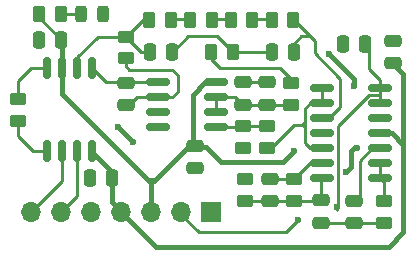
<source format=gbr>
%TF.GenerationSoftware,KiCad,Pcbnew,9.0.0*%
%TF.CreationDate,2025-04-24T23:16:58+03:00*%
%TF.ProjectId,Modular_Filter_kicad,4d6f6475-6c61-4725-9f46-696c7465725f,rev?*%
%TF.SameCoordinates,Original*%
%TF.FileFunction,Copper,L1,Top*%
%TF.FilePolarity,Positive*%
%FSLAX46Y46*%
G04 Gerber Fmt 4.6, Leading zero omitted, Abs format (unit mm)*
G04 Created by KiCad (PCBNEW 9.0.0) date 2025-04-24 23:16:58*
%MOMM*%
%LPD*%
G01*
G04 APERTURE LIST*
G04 Aperture macros list*
%AMRoundRect*
0 Rectangle with rounded corners*
0 $1 Rounding radius*
0 $2 $3 $4 $5 $6 $7 $8 $9 X,Y pos of 4 corners*
0 Add a 4 corners polygon primitive as box body*
4,1,4,$2,$3,$4,$5,$6,$7,$8,$9,$2,$3,0*
0 Add four circle primitives for the rounded corners*
1,1,$1+$1,$2,$3*
1,1,$1+$1,$4,$5*
1,1,$1+$1,$6,$7*
1,1,$1+$1,$8,$9*
0 Add four rect primitives between the rounded corners*
20,1,$1+$1,$2,$3,$4,$5,0*
20,1,$1+$1,$4,$5,$6,$7,0*
20,1,$1+$1,$6,$7,$8,$9,0*
20,1,$1+$1,$8,$9,$2,$3,0*%
G04 Aperture macros list end*
%TA.AperFunction,SMDPad,CuDef*%
%ADD10RoundRect,0.250000X0.262500X0.450000X-0.262500X0.450000X-0.262500X-0.450000X0.262500X-0.450000X0*%
%TD*%
%TA.AperFunction,SMDPad,CuDef*%
%ADD11RoundRect,0.250000X-0.475000X0.250000X-0.475000X-0.250000X0.475000X-0.250000X0.475000X0.250000X0*%
%TD*%
%TA.AperFunction,SMDPad,CuDef*%
%ADD12RoundRect,0.250000X0.475000X-0.250000X0.475000X0.250000X-0.475000X0.250000X-0.475000X-0.250000X0*%
%TD*%
%TA.AperFunction,SMDPad,CuDef*%
%ADD13RoundRect,0.250000X-0.450000X0.262500X-0.450000X-0.262500X0.450000X-0.262500X0.450000X0.262500X0*%
%TD*%
%TA.AperFunction,SMDPad,CuDef*%
%ADD14RoundRect,0.150000X0.150000X-0.800000X0.150000X0.800000X-0.150000X0.800000X-0.150000X-0.800000X0*%
%TD*%
%TA.AperFunction,SMDPad,CuDef*%
%ADD15RoundRect,0.250000X0.450000X-0.262500X0.450000X0.262500X-0.450000X0.262500X-0.450000X-0.262500X0*%
%TD*%
%TA.AperFunction,SMDPad,CuDef*%
%ADD16RoundRect,0.250000X0.250000X0.475000X-0.250000X0.475000X-0.250000X-0.475000X0.250000X-0.475000X0*%
%TD*%
%TA.AperFunction,SMDPad,CuDef*%
%ADD17RoundRect,0.250000X-0.250000X-0.475000X0.250000X-0.475000X0.250000X0.475000X-0.250000X0.475000X0*%
%TD*%
%TA.AperFunction,SMDPad,CuDef*%
%ADD18RoundRect,0.243750X0.243750X0.456250X-0.243750X0.456250X-0.243750X-0.456250X0.243750X-0.456250X0*%
%TD*%
%TA.AperFunction,ComponentPad*%
%ADD19R,1.700000X1.700000*%
%TD*%
%TA.AperFunction,ComponentPad*%
%ADD20O,1.700000X1.700000*%
%TD*%
%TA.AperFunction,SMDPad,CuDef*%
%ADD21RoundRect,0.150000X-0.825000X-0.150000X0.825000X-0.150000X0.825000X0.150000X-0.825000X0.150000X0*%
%TD*%
%TA.AperFunction,ViaPad*%
%ADD22C,0.600000*%
%TD*%
%TA.AperFunction,Conductor*%
%ADD23C,0.250000*%
%TD*%
%TA.AperFunction,Conductor*%
%ADD24C,0.400000*%
%TD*%
G04 APERTURE END LIST*
D10*
%TO.P,R7,1*%
%TO.N,/50Hz_first_branch*%
X104009200Y-95504000D03*
%TO.P,R7,2*%
%TO.N,Net-(R6-Pad1)*%
X102184200Y-95504000D03*
%TD*%
D11*
%TO.P,C9,1*%
%TO.N,/Main_Out*%
X106346000Y-110790000D03*
%TO.P,C9,2*%
%TO.N,Net-(C10-Pad1)*%
X106346000Y-112690000D03*
%TD*%
D12*
%TO.P,C15,1*%
%TO.N,AGND*%
X95681800Y-108087200D03*
%TO.P,C15,2*%
%TO.N,AVDD*%
X95681800Y-106187200D03*
%TD*%
D13*
%TO.P,R12,1*%
%TO.N,/MA_-Terminal*%
X104089200Y-109008900D03*
%TO.P,R12,2*%
%TO.N,/Main_Out*%
X104089200Y-110833900D03*
%TD*%
%TO.P,R9,1*%
%TO.N,Net-(R8-Pad2)*%
X103835200Y-100863400D03*
%TO.P,R9,2*%
%TO.N,/50Hz_second_branch*%
X103835200Y-102688400D03*
%TD*%
D14*
%TO.P,U6,1,Rg*%
%TO.N,Net-(R1-Pad2)*%
X83185000Y-106624000D03*
%TO.P,U6,2,-*%
%TO.N,/E-*%
X84455000Y-106624000D03*
%TO.P,U6,3,+*%
%TO.N,/E+*%
X85725000Y-106624000D03*
%TO.P,U6,4,V-*%
%TO.N,AVSS*%
X86995000Y-106624000D03*
%TO.P,U6,5,Ref*%
%TO.N,/AC_COUPLER_OUT*%
X86995000Y-99624000D03*
%TO.P,U6,6*%
%TO.N,/INA_OUT*%
X85725000Y-99624000D03*
%TO.P,U6,7,V+*%
%TO.N,AVDD*%
X84455000Y-99624000D03*
%TO.P,U6,8,Rg*%
%TO.N,Net-(R1-Pad1)*%
X83185000Y-99624000D03*
%TD*%
D15*
%TO.P,R11,1*%
%TO.N,/50Hz_Filtered_Out*%
X101777800Y-106322500D03*
%TO.P,R11,2*%
%TO.N,Net-(U2B-+)*%
X101777800Y-104497500D03*
%TD*%
D13*
%TO.P,R1,1*%
%TO.N,Net-(R1-Pad1)*%
X80721200Y-102209600D03*
%TO.P,R1,2*%
%TO.N,Net-(R1-Pad2)*%
X80721200Y-104034600D03*
%TD*%
D15*
%TO.P,R3,1*%
%TO.N,Net-(U2A--)*%
X89839800Y-98778700D03*
%TO.P,R3,2*%
%TO.N,/INA_OUT*%
X89839800Y-96953700D03*
%TD*%
D10*
%TO.P,R5,1*%
%TO.N,/First T*%
X97102300Y-95504000D03*
%TO.P,R5,2*%
%TO.N,Net-(R4-Pad1)*%
X95277300Y-95504000D03*
%TD*%
%TO.P,R4,1*%
%TO.N,Net-(R4-Pad1)*%
X93622500Y-95504000D03*
%TO.P,R4,2*%
%TO.N,/INA_OUT*%
X91797500Y-95504000D03*
%TD*%
D12*
%TO.P,C10,1*%
%TO.N,Net-(C10-Pad1)*%
X109140000Y-112710000D03*
%TO.P,C10,2*%
%TO.N,Net-(U4C-+)*%
X109140000Y-110810000D03*
%TD*%
D15*
%TO.P,R15,1*%
%TO.N,Net-(C10-Pad1)*%
X111680000Y-112672500D03*
%TO.P,R15,2*%
%TO.N,/HP_Out*%
X111680000Y-110847500D03*
%TD*%
D16*
%TO.P,C12,1*%
%TO.N,/E_OUT*%
X110119200Y-97536000D03*
%TO.P,C12,2*%
%TO.N,/LP_1st_branch*%
X108219200Y-97536000D03*
%TD*%
D13*
%TO.P,R10,1*%
%TO.N,Net-(U2B-+)*%
X99771200Y-104495600D03*
%TO.P,R10,2*%
%TO.N,AGND*%
X99771200Y-106320600D03*
%TD*%
D11*
%TO.P,C1,1*%
%TO.N,/AC_COUPLER_OUT*%
X89839800Y-100863400D03*
%TO.P,C1,2*%
%TO.N,Net-(U2A--)*%
X89839800Y-102763400D03*
%TD*%
D16*
%TO.P,C3,1*%
%TO.N,/Second T*%
X93761600Y-98221800D03*
%TO.P,C3,2*%
%TO.N,/INA_OUT*%
X91861600Y-98221800D03*
%TD*%
D17*
%TO.P,C13,1*%
%TO.N,AGND*%
X82489000Y-97231200D03*
%TO.P,C13,2*%
%TO.N,AVDD*%
X84389000Y-97231200D03*
%TD*%
D11*
%TO.P,C18,1*%
%TO.N,AGND*%
X112496600Y-97297200D03*
%TO.P,C18,2*%
%TO.N,AVSS*%
X112496600Y-99197200D03*
%TD*%
D12*
%TO.P,C6,1*%
%TO.N,/50Hz_second_branch*%
X101828600Y-102702400D03*
%TO.P,C6,2*%
%TO.N,/First T*%
X101828600Y-100802400D03*
%TD*%
D18*
%TO.P,D1,1,K*%
%TO.N,AGND*%
X87881700Y-95021400D03*
%TO.P,D1,2,A*%
%TO.N,Net-(D1-A)*%
X86006700Y-95021400D03*
%TD*%
D10*
%TO.P,R18,1*%
%TO.N,Net-(D1-A)*%
X84351500Y-95021400D03*
%TO.P,R18,2*%
%TO.N,AVDD*%
X82526500Y-95021400D03*
%TD*%
D11*
%TO.P,C8,1*%
%TO.N,/MA_-Terminal*%
X102006400Y-108951400D03*
%TO.P,C8,2*%
%TO.N,/Main_Out*%
X102006400Y-110851400D03*
%TD*%
D17*
%TO.P,C4,1*%
%TO.N,/Second T*%
X102174000Y-98221800D03*
%TO.P,C4,2*%
%TO.N,/50Hz_first_branch*%
X104074000Y-98221800D03*
%TD*%
D19*
%TO.P,J1,1,Pin_1*%
%TO.N,AGND*%
X97078800Y-111760000D03*
D20*
%TO.P,J1,2,Pin_2*%
%TO.N,/E_OUT*%
X94538800Y-111760000D03*
%TO.P,J1,3,Pin_3*%
%TO.N,AVDD*%
X91998800Y-111760000D03*
%TO.P,J1,4,Pin_4*%
%TO.N,AVSS*%
X89458800Y-111760000D03*
%TO.P,J1,5,Pin_5*%
%TO.N,AGND*%
X86918800Y-111760000D03*
%TO.P,J1,6,Pin_6*%
%TO.N,/E+*%
X84378800Y-111760000D03*
%TO.P,J1,7,Pin_7*%
%TO.N,/E-*%
X81838800Y-111760000D03*
%TD*%
D21*
%TO.P,U2,1*%
%TO.N,/AC_COUPLER_OUT*%
X92521000Y-100787200D03*
%TO.P,U2,2,-*%
%TO.N,Net-(U2A--)*%
X92521000Y-102057200D03*
%TO.P,U2,3,+*%
%TO.N,AGND*%
X92521000Y-103327200D03*
%TO.P,U2,4,V-*%
%TO.N,AVSS*%
X92521000Y-104597200D03*
%TO.P,U2,5,+*%
%TO.N,Net-(U2B-+)*%
X97471000Y-104597200D03*
%TO.P,U2,6,-*%
%TO.N,/50Hz_second_branch*%
X97471000Y-103327200D03*
%TO.P,U2,7*%
X97471000Y-102057200D03*
%TO.P,U2,8,V+*%
%TO.N,AVDD*%
X97471000Y-100787200D03*
%TD*%
D15*
%TO.P,R13,1*%
%TO.N,/Main_Out*%
X99949000Y-110833900D03*
%TO.P,R13,2*%
%TO.N,AGND*%
X99949000Y-109008900D03*
%TD*%
D17*
%TO.P,C14,1*%
%TO.N,AGND*%
X86807000Y-108915200D03*
%TO.P,C14,2*%
%TO.N,AVSS*%
X88707000Y-108915200D03*
%TD*%
D10*
%TO.P,R6,1*%
%TO.N,Net-(R6-Pad1)*%
X100551000Y-95504000D03*
%TO.P,R6,2*%
%TO.N,/First T*%
X98726000Y-95504000D03*
%TD*%
%TO.P,R8,1*%
%TO.N,/Second T*%
X98905700Y-98251800D03*
%TO.P,R8,2*%
%TO.N,Net-(R8-Pad2)*%
X97080700Y-98251800D03*
%TD*%
D12*
%TO.P,C7,1*%
%TO.N,/50Hz_second_branch*%
X99771200Y-102712600D03*
%TO.P,C7,2*%
%TO.N,/First T*%
X99771200Y-100812600D03*
%TD*%
D21*
%TO.P,U4,1*%
%TO.N,/50Hz_Filtered_Out*%
X106411000Y-101321900D03*
%TO.P,U4,2,-*%
X106411000Y-102591900D03*
%TO.P,U4,3,+*%
%TO.N,/50Hz_first_branch*%
X106411000Y-103861900D03*
%TO.P,U4,4,V+*%
%TO.N,AVDD*%
X106411000Y-105131900D03*
%TO.P,U4,5,+*%
%TO.N,/50Hz_Filtered_Out*%
X106411000Y-106401900D03*
%TO.P,U4,6,-*%
%TO.N,/MA_-Terminal*%
X106411000Y-107671900D03*
%TO.P,U4,7*%
%TO.N,/Main_Out*%
X106411000Y-108941900D03*
%TO.P,U4,8*%
%TO.N,/HP_Out*%
X111361000Y-108941900D03*
%TO.P,U4,9,-*%
X111361000Y-107671900D03*
%TO.P,U4,10,+*%
%TO.N,Net-(U4C-+)*%
X111361000Y-106401900D03*
%TO.P,U4,11,V-*%
%TO.N,AVSS*%
X111361000Y-105131900D03*
%TO.P,U4,12,+*%
%TO.N,Net-(U4D-+)*%
X111361000Y-103861900D03*
%TO.P,U4,13,-*%
%TO.N,/E_OUT*%
X111361000Y-102591900D03*
%TO.P,U4,14*%
X111361000Y-101321900D03*
%TD*%
D22*
%TO.N,/First T*%
X98702500Y-95453200D03*
X101828600Y-100802400D03*
%TO.N,Net-(U4C-+)*%
X111252000Y-106401900D03*
%TO.N,Net-(U4D-+)*%
X111361000Y-103861900D03*
%TO.N,/E_OUT*%
X107696000Y-111379000D03*
X104394000Y-112496600D03*
%TO.N,AGND*%
X99949000Y-109008900D03*
X106997500Y-98386900D03*
X112496600Y-97297200D03*
X86807000Y-108915200D03*
X92521000Y-103327200D03*
X95681800Y-108087200D03*
X99771200Y-106092000D03*
X109450500Y-106324400D03*
X89154000Y-104571800D03*
X109194600Y-101117400D03*
X90474800Y-105892600D03*
X108448400Y-108407200D03*
X87881700Y-95021400D03*
X82362000Y-97226000D03*
%TO.N,AVDD*%
X106411000Y-105131900D03*
X104058800Y-106608800D03*
%TO.N,AVSS*%
X92521000Y-104597200D03*
X86995000Y-106624000D03*
%TO.N,/HP_Out*%
X111361000Y-108941900D03*
%TO.N,/LP_1st_branch*%
X108219200Y-97561400D03*
%TD*%
D23*
%TO.N,Net-(U2A--)*%
X89916000Y-102931000D02*
X90789800Y-102057200D01*
X90100900Y-99720400D02*
X89839800Y-99459300D01*
X90100900Y-99720400D02*
X93776800Y-99720400D01*
X93776800Y-102057200D02*
X92521000Y-102057200D01*
X93776800Y-99720400D02*
X94234000Y-100177600D01*
X94234000Y-101600000D02*
X93776800Y-102057200D01*
X89839800Y-99459300D02*
X89839800Y-98778700D01*
X94234000Y-100177600D02*
X94234000Y-101600000D01*
X90789800Y-102057200D02*
X92521000Y-102057200D01*
%TO.N,/AC_COUPLER_OUT*%
X92521000Y-100787200D02*
X88158200Y-100787200D01*
X88158200Y-100787200D02*
X86995000Y-99624000D01*
%TO.N,/Second T*%
X97561400Y-96901000D02*
X98905700Y-98245300D01*
X98905700Y-98245300D02*
X98905700Y-98251800D01*
X95123000Y-96901000D02*
X97561400Y-96901000D01*
X98905700Y-98251800D02*
X102144000Y-98251800D01*
X102144000Y-98251800D02*
X102174000Y-98221800D01*
X93802200Y-98221800D02*
X95123000Y-96901000D01*
X93787000Y-98221800D02*
X93802200Y-98221800D01*
%TO.N,/INA_OUT*%
X87445301Y-96953700D02*
X89839800Y-96953700D01*
X85725000Y-98674001D02*
X87445301Y-96953700D01*
X85725000Y-99624000D02*
X85725000Y-98674001D01*
X89839800Y-96953700D02*
X89841700Y-96953700D01*
X89839800Y-96953700D02*
X89863300Y-96953700D01*
X89863300Y-96953700D02*
X91313000Y-95504000D01*
X89841700Y-96953700D02*
X91109800Y-98221800D01*
X91109800Y-98221800D02*
X91861600Y-98221800D01*
X91313000Y-95504000D02*
X91797500Y-95504000D01*
%TO.N,Net-(C10-Pad1)*%
X106363500Y-112672500D02*
X106346000Y-112690000D01*
X106346000Y-112690000D02*
X108886000Y-112690000D01*
X111680000Y-112672500D02*
X106363500Y-112672500D01*
%TO.N,/First T*%
X101828600Y-100802400D02*
X99781400Y-100802400D01*
X97075000Y-95453200D02*
X98702500Y-95453200D01*
X99781400Y-100802400D02*
X99771200Y-100812600D01*
%TO.N,Net-(U4C-+)*%
X109140000Y-110810000D02*
X109626400Y-110323600D01*
X109626400Y-110323600D02*
X109626400Y-107492800D01*
X111252000Y-106401900D02*
X111361000Y-106401900D01*
X110717300Y-106401900D02*
X111252000Y-106401900D01*
X109626400Y-107492800D02*
X110717300Y-106401900D01*
%TO.N,Net-(U4D-+)*%
X111383900Y-103839000D02*
X111361000Y-103861900D01*
%TO.N,/MA_-Terminal*%
X105426200Y-107671900D02*
X106411000Y-107671900D01*
X104089200Y-109008900D02*
X105426200Y-107671900D01*
X102063900Y-109008900D02*
X102006400Y-108951400D01*
X104089200Y-109008900D02*
X102063900Y-109008900D01*
X102023900Y-109008900D02*
X102006400Y-108991400D01*
%TO.N,/E_OUT*%
X104394000Y-112496600D02*
X103403400Y-113487200D01*
X110413800Y-99644200D02*
X111379000Y-100609400D01*
X107772200Y-104495600D02*
X110413800Y-101854000D01*
X110413800Y-97830600D02*
X110413800Y-99644200D01*
X107696000Y-111582200D02*
X107696000Y-111379000D01*
X110413800Y-101854000D02*
X111361000Y-101854000D01*
X111361000Y-101854000D02*
X111361000Y-101321900D01*
X111361000Y-102591900D02*
X111361000Y-101854000D01*
X94538800Y-112014000D02*
X94538800Y-111760000D01*
X111379000Y-100609400D02*
X111379000Y-101303900D01*
X107696000Y-111379000D02*
X107772200Y-111302800D01*
X96012000Y-113487200D02*
X94538800Y-112014000D01*
X103403400Y-113487200D02*
X96012000Y-113487200D01*
X110119200Y-97536000D02*
X110413800Y-97830600D01*
X107772200Y-111302800D02*
X107772200Y-104495600D01*
X111379000Y-101303900D02*
X111361000Y-101321900D01*
%TO.N,Net-(R1-Pad1)*%
X81808200Y-99624000D02*
X83185000Y-99624000D01*
X80721200Y-100711000D02*
X81808200Y-99624000D01*
X80721200Y-102087800D02*
X80721200Y-100711000D01*
%TO.N,Net-(U2B-+)*%
X99669600Y-104597200D02*
X99771200Y-104495600D01*
X97471000Y-104597200D02*
X99669600Y-104597200D01*
X101775900Y-104495600D02*
X101777800Y-104497500D01*
X99771200Y-104495600D02*
X101775900Y-104495600D01*
D24*
%TO.N,AGND*%
X108889800Y-107980800D02*
X108889800Y-106603800D01*
X86918800Y-111760000D02*
X87010200Y-111668600D01*
X109194600Y-101117400D02*
X109143800Y-101066600D01*
X108889800Y-106603800D02*
X109169200Y-106324400D01*
X109143800Y-101066600D02*
X109143800Y-100533200D01*
X108448400Y-108407200D02*
X108463400Y-108407200D01*
X109169200Y-106324400D02*
X109450500Y-106324400D01*
X109143800Y-100533200D02*
X106997500Y-98386900D01*
X90474800Y-105892600D02*
X89154000Y-104571800D01*
X108463400Y-108407200D02*
X108889800Y-107980800D01*
D23*
%TO.N,/50Hz_first_branch*%
X106411000Y-103861900D02*
X107034300Y-103861900D01*
X105812600Y-97307400D02*
X105816400Y-97307400D01*
X107975400Y-102920800D02*
X107975400Y-100507800D01*
X105816400Y-98348800D02*
X105816400Y-97307400D01*
X105373800Y-96864800D02*
X104709600Y-96864800D01*
X103980000Y-95474800D02*
X105812600Y-97307400D01*
X103980000Y-95453200D02*
X103980000Y-95474800D01*
X107034300Y-103861900D02*
X107975400Y-102920800D01*
X107975400Y-100507800D02*
X105816400Y-98348800D01*
X104048600Y-97525800D02*
X104048600Y-98145600D01*
X104709600Y-96864800D02*
X104048600Y-97525800D01*
%TO.N,/50Hz_second_branch*%
X99903200Y-102712600D02*
X99925500Y-102690300D01*
X99925500Y-102690300D02*
X103835200Y-102690300D01*
X99115800Y-102057200D02*
X99771200Y-102712600D01*
X99771200Y-102712600D02*
X99903200Y-102712600D01*
X97471000Y-102057200D02*
X99115800Y-102057200D01*
X97471000Y-103327200D02*
X97471000Y-102057200D01*
%TO.N,AVDD*%
X82551900Y-95072200D02*
X82551900Y-95394100D01*
D24*
X103124000Y-107543600D02*
X97891600Y-107543600D01*
X104058800Y-106608800D02*
X103124000Y-107543600D01*
X91719400Y-109067600D02*
X84455000Y-101803200D01*
X97471000Y-100787200D02*
X96570800Y-100787200D01*
X84455000Y-99624000D02*
X84455000Y-97419000D01*
X97891600Y-107543600D02*
X96586000Y-106238000D01*
X91998800Y-111760000D02*
X91998800Y-109347000D01*
X95504000Y-101854000D02*
X95504000Y-106238000D01*
X84455000Y-97419000D02*
X84262000Y-97226000D01*
X84455000Y-101803200D02*
X84455000Y-99624000D01*
X96586000Y-106238000D02*
X95504000Y-106238000D01*
X92278200Y-109067600D02*
X92303600Y-109067600D01*
X96570800Y-100787200D02*
X95504000Y-101854000D01*
X92303600Y-109067600D02*
X95184000Y-106187200D01*
X91998800Y-111760000D02*
X92125800Y-111633000D01*
X91998800Y-109347000D02*
X91719400Y-109067600D01*
X91998800Y-109347000D02*
X92278200Y-109067600D01*
X95488800Y-106238000D02*
X95504000Y-106238000D01*
D23*
X82551900Y-95394100D02*
X84389000Y-97231200D01*
D24*
X92278200Y-109067600D02*
X91719400Y-109067600D01*
X95184000Y-106187200D02*
X95681800Y-106187200D01*
%TO.N,AVSS*%
X89458800Y-111760000D02*
X92405200Y-114706400D01*
X87010200Y-106639200D02*
X86995000Y-106624000D01*
X112115600Y-114706400D02*
X113309400Y-113512600D01*
X113309400Y-106045000D02*
X113284000Y-106070400D01*
X86995000Y-105989000D02*
X86995000Y-106624000D01*
X113284000Y-106070400D02*
X112345500Y-105131900D01*
X112345500Y-105131900D02*
X111361000Y-105131900D01*
X113309400Y-100060800D02*
X113309400Y-106045000D01*
X86995000Y-106700200D02*
X88671400Y-108376600D01*
X88671400Y-110972600D02*
X89458800Y-111760000D01*
X112649000Y-99400400D02*
X113309400Y-100060800D01*
X113309400Y-106095800D02*
X113284000Y-106070400D01*
X113309400Y-113512600D02*
X113309400Y-106095800D01*
X92405200Y-114706400D02*
X112115600Y-114706400D01*
X88671400Y-108376600D02*
X88671400Y-110972600D01*
D23*
%TO.N,/Main_Out*%
X104089200Y-110833900D02*
X99949000Y-110833900D01*
X106346000Y-109006900D02*
X106411000Y-108941900D01*
X106302100Y-110833900D02*
X106346000Y-110790000D01*
X106346000Y-110790000D02*
X106346000Y-109006900D01*
X104089200Y-110833900D02*
X106302100Y-110833900D01*
%TO.N,/E+*%
X84378800Y-111760000D02*
X85725000Y-110413800D01*
X85725000Y-110413800D02*
X85725000Y-106624000D01*
%TO.N,/E-*%
X84455000Y-109143800D02*
X81838800Y-111760000D01*
X84455000Y-106624000D02*
X84455000Y-109143800D01*
%TO.N,/HP_Out*%
X111361000Y-108941900D02*
X111361000Y-107671900D01*
X111680000Y-109260900D02*
X111680000Y-110847500D01*
X111361000Y-108941900D02*
X111680000Y-109260900D01*
%TO.N,Net-(R1-Pad2)*%
X80721200Y-105359200D02*
X80721200Y-104188900D01*
X81986000Y-106624000D02*
X80721200Y-105359200D01*
X83185000Y-106624000D02*
X81986000Y-106624000D01*
%TO.N,Net-(R4-Pad1)*%
X93646000Y-95453200D02*
X95250000Y-95453200D01*
%TO.N,Net-(R6-Pad1)*%
X100527500Y-95453200D02*
X102155000Y-95453200D01*
%TO.N,Net-(R8-Pad2)*%
X97080700Y-98858700D02*
X97080700Y-98251800D01*
X97790000Y-99568000D02*
X97080700Y-98858700D01*
X102873500Y-99568000D02*
X97790000Y-99568000D01*
X103860600Y-100555100D02*
X102873500Y-99568000D01*
%TO.N,/50Hz_Filtered_Out*%
X104978200Y-104394000D02*
X104775000Y-104394000D01*
X104089200Y-104394000D02*
X102160700Y-106322500D01*
X102160700Y-106322500D02*
X101777800Y-106322500D01*
X104978200Y-103049701D02*
X105436001Y-102591900D01*
X104775000Y-104394000D02*
X104089200Y-104394000D01*
X104978200Y-105944099D02*
X104978200Y-104673400D01*
X104978200Y-104597200D02*
X104775000Y-104394000D01*
X104978200Y-104673400D02*
X104978200Y-104597200D01*
X105436001Y-106401900D02*
X104978200Y-105944099D01*
X104978200Y-104394000D02*
X104978200Y-104190800D01*
X104978200Y-104190800D02*
X104978200Y-103049701D01*
X104775000Y-104394000D02*
X104978200Y-104190800D01*
X104978200Y-104673400D02*
X104978200Y-104394000D01*
X106411000Y-102591900D02*
X106411000Y-101321900D01*
X106411000Y-106401900D02*
X105436001Y-106401900D01*
%TO.N,Net-(D1-A)*%
X84351500Y-95021400D02*
X86006700Y-95021400D01*
%TD*%
M02*

</source>
